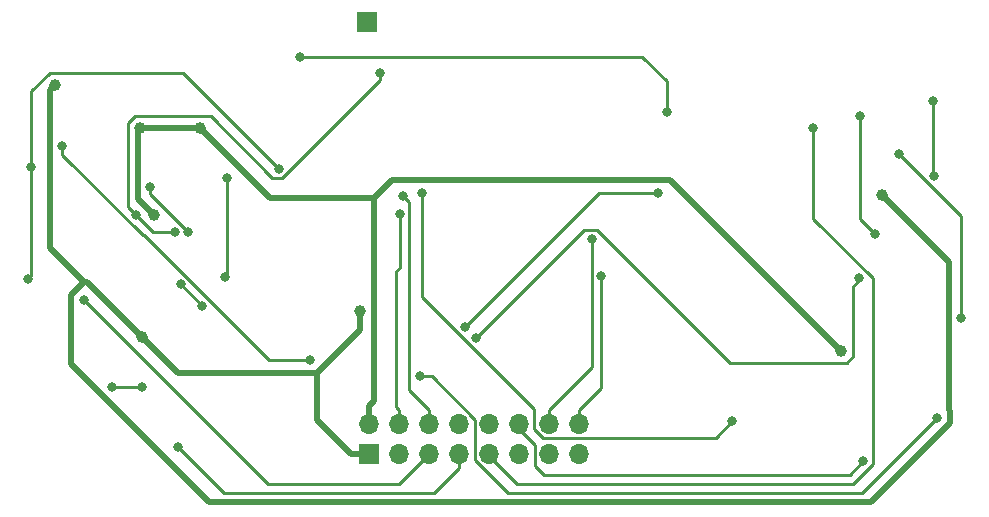
<source format=gbl>
G04 #@! TF.GenerationSoftware,KiCad,Pcbnew,7.0.1-0*
G04 #@! TF.CreationDate,2024-02-17T19:13:57+01:00*
G04 #@! TF.ProjectId,parallel_trail,70617261-6c6c-4656-9c5f-747261696c2e,rev?*
G04 #@! TF.SameCoordinates,Original*
G04 #@! TF.FileFunction,Copper,L2,Bot*
G04 #@! TF.FilePolarity,Positive*
%FSLAX46Y46*%
G04 Gerber Fmt 4.6, Leading zero omitted, Abs format (unit mm)*
G04 Created by KiCad (PCBNEW 7.0.1-0) date 2024-02-17 19:13:57*
%MOMM*%
%LPD*%
G01*
G04 APERTURE LIST*
G04 #@! TA.AperFunction,ComponentPad*
%ADD10O,1.700000X1.700000*%
G04 #@! TD*
G04 #@! TA.AperFunction,ComponentPad*
%ADD11R,1.700000X1.700000*%
G04 #@! TD*
G04 #@! TA.AperFunction,ViaPad*
%ADD12C,0.800000*%
G04 #@! TD*
G04 #@! TA.AperFunction,ViaPad*
%ADD13C,1.000000*%
G04 #@! TD*
G04 #@! TA.AperFunction,Conductor*
%ADD14C,0.250000*%
G04 #@! TD*
G04 #@! TA.AperFunction,Conductor*
%ADD15C,0.500000*%
G04 #@! TD*
G04 APERTURE END LIST*
D10*
X97504800Y-116581200D03*
X97504800Y-119121200D03*
X94964800Y-116581200D03*
X94964800Y-119121200D03*
X92424800Y-116581200D03*
X92424800Y-119121200D03*
X89884800Y-116581200D03*
X89884800Y-119121200D03*
X87344800Y-116581200D03*
X87344800Y-119121200D03*
X84804800Y-116581200D03*
X84804800Y-119121200D03*
X82264800Y-116581200D03*
X82264800Y-119121200D03*
X79724800Y-116581200D03*
D11*
X79724800Y-119121200D03*
X79502000Y-82550000D03*
D12*
X65614700Y-106588200D03*
X63786300Y-104759800D03*
X57961300Y-113478200D03*
X60529000Y-113478200D03*
X63541600Y-118542300D03*
X55583500Y-106084800D03*
X72084000Y-95008400D03*
X51097200Y-94853700D03*
X50866000Y-104303400D03*
X67702700Y-95791600D03*
X67500500Y-104187400D03*
X121571400Y-119731800D03*
X74713800Y-111228600D03*
X53743800Y-93054500D03*
X121307200Y-90571300D03*
X122544200Y-100529800D03*
X117290100Y-91569300D03*
X129861400Y-107609800D03*
X124592700Y-93726000D03*
X127543200Y-95626200D03*
X127460800Y-89304500D03*
X110473300Y-116369500D03*
X84197600Y-97022600D03*
X87839400Y-108435400D03*
X104140000Y-97055300D03*
X88743500Y-109345200D03*
X121158000Y-104259700D03*
X84001700Y-112574000D03*
X127833200Y-116071600D03*
D13*
X123121100Y-97188500D03*
X53084900Y-87925500D03*
X60452000Y-109234600D03*
X78975700Y-107020900D03*
D12*
X98590800Y-100917400D03*
X99372700Y-104119200D03*
X80677300Y-86896500D03*
X63307200Y-100335200D03*
X59954300Y-98894700D03*
X61172200Y-96581700D03*
X64353200Y-100332400D03*
D13*
X65436200Y-91582800D03*
X61488400Y-98934500D03*
X60293700Y-91582800D03*
X119685600Y-110403500D03*
D12*
X82550000Y-97282000D03*
X82296000Y-98806000D03*
X73888900Y-85506300D03*
X104902000Y-90170000D03*
D14*
X65614700Y-106588200D02*
X63786300Y-104759800D01*
X57961300Y-113478200D02*
X60529000Y-113478200D01*
X85227900Y-122415000D02*
X67414300Y-122415000D01*
X67414300Y-122415000D02*
X63541600Y-118542300D01*
X87344800Y-119121200D02*
X87344800Y-120298100D01*
X87344800Y-120298100D02*
X85227900Y-122415000D01*
X71164700Y-121666000D02*
X55583500Y-106084800D01*
X82260000Y-121666000D02*
X71164700Y-121666000D01*
X84804800Y-119121200D02*
X82260000Y-121666000D01*
X63943600Y-86868000D02*
X72084000Y-95008400D01*
X51097200Y-88448500D02*
X52677700Y-86868000D01*
X52677700Y-86868000D02*
X63943600Y-86868000D01*
X51097200Y-104072200D02*
X51097200Y-94853700D01*
X51097200Y-94853700D02*
X51097200Y-88448500D01*
X50866000Y-104303400D02*
X51097200Y-104072200D01*
X67702700Y-103985200D02*
X67500500Y-104187400D01*
X67702700Y-95791600D02*
X67702700Y-103985200D01*
X93726000Y-118364000D02*
X93726000Y-120142000D01*
X93726000Y-120142000D02*
X94488000Y-120904000D01*
X120399200Y-120904000D02*
X121571400Y-119731800D01*
X92424800Y-116581200D02*
X92424800Y-117062800D01*
X92424800Y-117062800D02*
X93726000Y-118364000D01*
X94742000Y-120904000D02*
X120399200Y-120904000D01*
X94488000Y-120904000D02*
X94742000Y-120904000D01*
X53743800Y-93803800D02*
X60538600Y-100598600D01*
X60653500Y-100598600D02*
X71283500Y-111228600D01*
X71283500Y-111228600D02*
X74713800Y-111228600D01*
X60538600Y-100598600D02*
X60653500Y-100598600D01*
X53743800Y-93054500D02*
X53743800Y-93803800D01*
X121307200Y-99292800D02*
X121307200Y-90571300D01*
X122544200Y-100529800D02*
X121307200Y-99292800D01*
X117290100Y-99226700D02*
X117290100Y-91569300D01*
X120689200Y-121666000D02*
X122345700Y-120009500D01*
X89884800Y-119121200D02*
X89884800Y-119348800D01*
X122345700Y-104282300D02*
X117290100Y-99226700D01*
X122345700Y-120009500D02*
X122345700Y-104282300D01*
X89884800Y-119348800D02*
X92202000Y-121666000D01*
X92202000Y-121666000D02*
X120689200Y-121666000D01*
X129861400Y-107609800D02*
X129861400Y-98994700D01*
X129861400Y-98994700D02*
X124592700Y-93726000D01*
X127543200Y-95626200D02*
X127460800Y-95543800D01*
X127460800Y-95543800D02*
X127460800Y-89304500D01*
X93694800Y-116995600D02*
X94466100Y-117766900D01*
X84197600Y-97022600D02*
X84197600Y-105839500D01*
X93694800Y-115336700D02*
X93694800Y-116995600D01*
X84197600Y-105839500D02*
X93694800Y-115336700D01*
X109075900Y-117766900D02*
X110473300Y-116369500D01*
X94466100Y-117766900D02*
X109075900Y-117766900D01*
X99219500Y-97055300D02*
X104140000Y-97055300D01*
X87839400Y-108435400D02*
X99219500Y-97055300D01*
X121158000Y-104519000D02*
X120712500Y-104964500D01*
X120712500Y-104964500D02*
X120712500Y-110891800D01*
X120161400Y-111442900D02*
X110285700Y-111442900D01*
X110285700Y-111442900D02*
X99019000Y-100176200D01*
X120712500Y-110891800D02*
X120161400Y-111442900D01*
X121158000Y-104259700D02*
X121158000Y-104519000D01*
X99019000Y-100176200D02*
X97912500Y-100176200D01*
X97912500Y-100176200D02*
X88743500Y-109345200D01*
X88707900Y-116277100D02*
X88707900Y-119655900D01*
X84001700Y-112574000D02*
X85004800Y-112574000D01*
X91467000Y-122415000D02*
X121489800Y-122415000D01*
X121489800Y-122415000D02*
X127833200Y-116071600D01*
X88707900Y-119655900D02*
X91467000Y-122415000D01*
X85004800Y-112574000D02*
X88707900Y-116277100D01*
D15*
X66147600Y-123190000D02*
X122211900Y-123190000D01*
X122211900Y-123190000D02*
X128901700Y-116500200D01*
X79724800Y-119121200D02*
X78222900Y-119121200D01*
X55559800Y-104620900D02*
X54488800Y-105691900D01*
X52687100Y-101748200D02*
X52687100Y-88323300D01*
X63521700Y-112304300D02*
X60452000Y-109234600D01*
X78975700Y-108661600D02*
X78975700Y-107020900D01*
X128803500Y-115400300D02*
X128803500Y-102870900D01*
X52687100Y-88323300D02*
X53084900Y-87925500D01*
X128901700Y-116500200D02*
X128901700Y-115498500D01*
X60452000Y-109234600D02*
X55838300Y-104620900D01*
X55559800Y-104620900D02*
X52687100Y-101748200D01*
X54488800Y-111531200D02*
X66147600Y-123190000D01*
X128803500Y-102870900D02*
X123121100Y-97188500D01*
X55838300Y-104620900D02*
X55559800Y-104620900D01*
X75333000Y-112304300D02*
X63521700Y-112304300D01*
X75333000Y-112304300D02*
X75333000Y-116231300D01*
X75333000Y-112304300D02*
X78975700Y-108661600D01*
X75333000Y-116231300D02*
X78222900Y-119121200D01*
X54488800Y-105691900D02*
X54488800Y-111531200D01*
X128901700Y-115498500D02*
X128803500Y-115400300D01*
D14*
X94964800Y-115404300D02*
X98590800Y-111778300D01*
X94964800Y-116581200D02*
X94964800Y-115404300D01*
X98590800Y-111778300D02*
X98590800Y-100917400D01*
X97504800Y-115404300D02*
X99372700Y-113536400D01*
X97504800Y-116581200D02*
X97504800Y-115404300D01*
X99372700Y-113536400D02*
X99372700Y-104119200D01*
X59954300Y-98894700D02*
X59265900Y-98206300D01*
X59265900Y-98206300D02*
X59265900Y-91134400D01*
X61394800Y-100335200D02*
X59954300Y-98894700D01*
X63307200Y-100335200D02*
X61394800Y-100335200D01*
X59864200Y-90536100D02*
X66304200Y-90536100D01*
X66304200Y-90536100D02*
X71536500Y-95768400D01*
X59265900Y-91134400D02*
X59864200Y-90536100D01*
X72376900Y-95768400D02*
X80677300Y-87468000D01*
X80677300Y-87468000D02*
X80677300Y-86896500D01*
X71536500Y-95768400D02*
X72376900Y-95768400D01*
X61172200Y-96581700D02*
X61172200Y-97151400D01*
X61172200Y-97151400D02*
X64353200Y-100332400D01*
D15*
X79724800Y-115079300D02*
X80147600Y-114656500D01*
X80147600Y-97447000D02*
X81652300Y-95942300D01*
X79724800Y-116581200D02*
X79724800Y-115079300D01*
X105224400Y-95942300D02*
X119685600Y-110403500D01*
X71300400Y-97447000D02*
X65436200Y-91582800D01*
X60112200Y-97558300D02*
X61488400Y-98934500D01*
X80147600Y-114656500D02*
X80147600Y-97447000D01*
X60112200Y-91764300D02*
X60112200Y-97558300D01*
X81652300Y-95942300D02*
X105224400Y-95942300D01*
X60293700Y-91582800D02*
X65436200Y-91582800D01*
X60293700Y-91582800D02*
X60112200Y-91764300D01*
X80147600Y-97447000D02*
X71300400Y-97447000D01*
D14*
X83093600Y-97825600D02*
X82550000Y-97282000D01*
X83093600Y-113693100D02*
X83093600Y-97825600D01*
X84804800Y-116581200D02*
X84804800Y-115404300D01*
X84804800Y-115404300D02*
X83093600Y-113693100D01*
X82038800Y-115178300D02*
X82038800Y-103635200D01*
X82038800Y-103635200D02*
X82296000Y-103378000D01*
X82264800Y-115404300D02*
X82038800Y-115178300D01*
X82264800Y-116581200D02*
X82264800Y-115404300D01*
X82296000Y-103378000D02*
X82296000Y-98806000D01*
X104902000Y-87603200D02*
X104902000Y-90170000D01*
X73888900Y-85506300D02*
X102805100Y-85506300D01*
X102805100Y-85506300D02*
X104902000Y-87603200D01*
M02*

</source>
